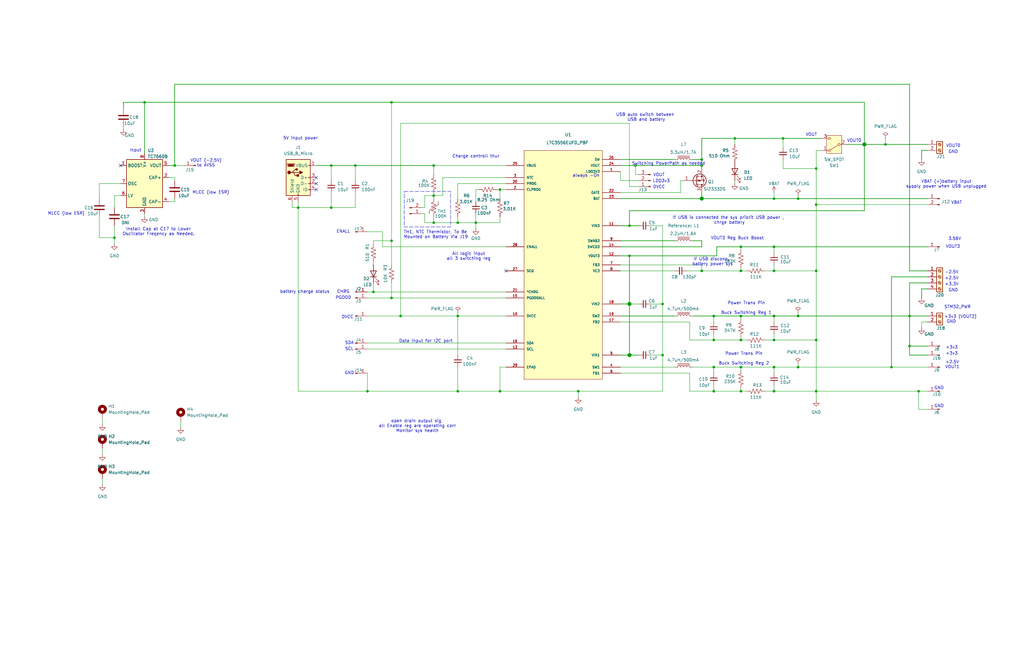
<source format=kicad_sch>
(kicad_sch (version 20231120) (generator "eeschema") (generator_version "8.0")
  (paper "B")
  (title_block (title "LTC3556EUFD_PBF") (date "11/11/2024") (rev "1.1") (company "Team 9") (comment 1 "Kirk Young"))
  (junction (at 182.88 69.85))
  (junction (at 364.49 60.96) (diameter 1.524))
  (junction (at 336.55 154.94))
  (junction (at 309.88 58.42))
  (junction (at 149.86 69.85))
  (junction (at 326.39 154.94))
  (junction (at 165.1 43.18))
  (junction (at 243.84 165.1))
  (junction (at 383.54 146.05))
  (junction (at 344.17 114.3))
  (junction (at 182.88 93.98))
  (junction (at 312.42 133.35))
  (junction (at 139.7 69.85))
  (junction (at 265.43 149.86) (diameter 1.524))
  (junction (at 193.04 165.1))
  (junction (at 139.7 87.63))
  (junction (at 326.39 143.51))
  (junction (at 300.99 133.35))
  (junction (at 295.91 114.3))
  (junction (at 326.39 165.1))
  (junction (at 344.17 71.12))
  (junction (at 312.42 165.1))
  (junction (at 300.99 154.94))
  (junction (at 125.73 87.63))
  (junction (at 193.04 93.98))
  (junction (at 168.91 133.35))
  (junction (at 326.39 114.3))
  (junction (at 295.91 67.31))
  (junction (at 295.91 69.85))
  (junction (at 279.4 128.27))
  (junction (at 73.66 69.85))
  (junction (at 336.55 133.35))
  (junction (at 300.99 165.1))
  (junction (at 182.88 82.55))
  (junction (at 210.82 165.1))
  (junction (at 344.17 143.51))
  (junction (at 300.99 143.51))
  (junction (at 375.92 154.94))
  (junction (at 312.42 154.94))
  (junction (at 200.66 93.98))
  (junction (at 326.39 83.82))
  (junction (at 265.43 95.25))
  (junction (at 193.04 133.35))
  (junction (at 165.1 101.6))
  (junction (at 295.91 83.82) (diameter 1.524))
  (junction (at 60.96 43.18))
  (junction (at 312.42 143.51))
  (junction (at 373.38 60.96))
  (junction (at 312.42 114.3))
  (junction (at 48.26 100.33))
  (junction (at 157.48 123.19))
  (junction (at 265.43 107.95))
  (junction (at 344.17 86.36))
  (junction (at 154.94 165.1))
  (junction (at 165.1 125.73))
  (junction (at 312.42 104.14))
  (junction (at 387.35 165.1))
  (junction (at 265.43 128.27) (diameter 1.524))
  (junction (at 344.17 165.1))
  (junction (at 383.54 133.35))
  (junction (at 279.4 149.86))
  (junction (at 330.2 58.42))
  (junction (at 326.39 104.14))
  (junction (at 267.97 69.85))
  (junction (at 326.39 133.35))
  (junction (at 210.82 80.01))
  (junction (at 336.55 83.82))
  (no_connect (at 50.8 69.85))
  (no_connect (at 133.35 74.93))
  (no_connect (at 133.35 77.47))
  (no_connect (at 133.35 80.01))
  (no_connect (at 213.36 114.3))
  (wire (pts (xy 71.12 85.09) (xy 73.66 85.09)))
  (wire (pts (xy 149.86 87.63) (xy 139.7 87.63)))
  (wire (pts (xy 300.99 162.56) (xy 300.99 165.1)))
  (wire (pts (xy 261.62 83.82) (xy 295.91 83.82)) (stroke (width 0.254)))
  (wire (pts (xy 261.62 67.31) (xy 284.48 67.31)) (stroke (width 0.254)))
  (wire (pts (xy 346.71 63.5) (xy 344.17 63.5)))
  (wire (pts (xy 76.2 177.8) (xy 76.2 180.34)))
  (wire (pts (xy 165.1 43.18) (xy 165.1 101.6)))
  (wire (pts (xy 193.04 133.35) (xy 213.36 133.35)))
  (wire (pts (xy 391.16 116.84) (xy 375.92 116.84)) (stroke (width 0.254)))
  (wire (pts (xy 168.91 133.35) (xy 193.04 133.35)))
  (wire (pts (xy 265.43 88.9) (xy 265.43 95.25)) (stroke (width 0.254)))
  (wire (pts (xy 154.94 157.48) (xy 154.94 165.1)))
  (wire (pts (xy 388.62 135.89) (xy 388.62 138.43)))
  (wire (pts (xy 330.2 67.31) (xy 330.2 71.12)))
  (wire (pts (xy 154.94 97.79) (xy 161.29 97.79)))
  (wire (pts (xy 295.91 81.28) (xy 295.91 83.82)) (stroke (width 0.254)))
  (wire (pts (xy 210.82 80.01) (xy 210.82 83.82)))
  (wire (pts (xy 200.66 93.98) (xy 200.66 96.52)))
  (wire (pts (xy 287.02 81.28) (xy 287.02 76.2)))
  (wire (pts (xy 295.91 104.14) (xy 261.62 104.14)) (stroke (width 0.254)))
  (wire (pts (xy 210.82 80.01) (xy 213.36 80.01)))
  (wire (pts (xy 133.35 69.85) (xy 139.7 69.85)) (stroke (width 0.254)))
  (wire (pts (xy 265.43 52.07) (xy 168.91 52.07)))
  (wire (pts (xy 391.16 119.38) (xy 383.54 119.38)) (stroke (width 0.254)))
  (wire (pts (xy 312.42 104.14) (xy 312.42 105.41)))
  (wire (pts (xy 261.62 154.94) (xy 284.48 154.94)))
  (wire (pts (xy 326.39 83.82) (xy 336.55 83.82)) (stroke (width 0.254)))
  (wire (pts (xy 200.66 80.01) (xy 200.66 85.09)))
  (wire (pts (xy 125.73 87.63) (xy 125.73 165.1)))
  (wire (pts (xy 326.39 143.51) (xy 344.17 143.51)))
  (wire (pts (xy 261.62 95.25) (xy 265.43 95.25)) (stroke (width 0.254)))
  (wire (pts (xy 373.38 58.42) (xy 373.38 60.96)))
  (wire (pts (xy 312.42 156.21) (xy 312.42 154.94)))
  (wire (pts (xy 139.7 69.85) (xy 139.7 76.2)))
  (wire (pts (xy 383.54 119.38) (xy 383.54 133.35)) (stroke (width 0.254)))
  (wire (pts (xy 161.29 104.14) (xy 213.36 104.14)))
  (wire (pts (xy 43.18 176.53) (xy 43.18 179.07)))
  (wire (pts (xy 287.02 76.2) (xy 288.29 76.2)))
  (wire (pts (xy 261.62 101.6) (xy 284.48 101.6)) (stroke (width 0.254)))
  (wire (pts (xy 182.88 82.55) (xy 182.88 83.82)))
  (wire (pts (xy 344.17 165.1) (xy 344.17 168.91)))
  (wire (pts (xy 200.66 80.01) (xy 201.93 80.01)))
  (wire (pts (xy 123.19 87.63) (xy 125.73 87.63)))
  (wire (pts (xy 179.07 82.55) (xy 182.88 82.55)))
  (wire (pts (xy 364.49 43.18) (xy 364.49 60.96)) (stroke (width 0.254)))
  (wire (pts (xy 210.82 154.94) (xy 213.36 154.94)))
  (wire (pts (xy 326.39 106.68) (xy 326.39 104.14)))
  (wire (pts (xy 157.48 101.6) (xy 165.1 101.6)))
  (wire (pts (xy 388.62 63.5) (xy 391.16 63.5)) (stroke (width 0.254)))
  (wire (pts (xy 312.42 134.62) (xy 312.42 133.35)))
  (wire (pts (xy 292.1 154.94) (xy 300.99 154.94)))
  (wire (pts (xy 261.62 69.85) (xy 267.97 69.85)) (stroke (width 0.254)))
  (wire (pts (xy 326.39 104.14) (xy 391.16 104.14)) (stroke (width 0.254)))
  (wire (pts (xy 391.16 172.72) (xy 387.35 172.72)))
  (wire (pts (xy 213.36 74.93) (xy 186.69 74.93)))
  (wire (pts (xy 388.62 121.92) (xy 388.62 125.73)) (stroke (width 0.254)))
  (wire (pts (xy 300.99 140.97) (xy 300.99 143.51)))
  (wire (pts (xy 344.17 86.36) (xy 344.17 114.3)))
  (wire (pts (xy 326.39 140.97) (xy 326.39 143.51)))
  (wire (pts (xy 73.66 35.56) (xy 383.54 35.56)) (stroke (width 0.254)))
  (wire (pts (xy 168.91 52.07) (xy 168.91 133.35)))
  (wire (pts (xy 186.69 74.93) (xy 186.69 82.55)))
  (wire (pts (xy 373.38 60.96) (xy 391.16 60.96)) (stroke (width 0.254)))
  (wire (pts (xy 309.88 58.42) (xy 309.88 60.96)))
  (wire (pts (xy 295.91 58.42) (xy 309.88 58.42)) (stroke (width 0.254)))
  (wire (pts (xy 326.39 157.48) (xy 326.39 154.94)))
  (wire (pts (xy 261.62 76.2) (xy 269.24 76.2)))
  (wire (pts (xy 265.43 107.95) (xy 302.26 107.95)) (stroke (width 0.254)))
  (wire (pts (xy 261.62 107.95) (xy 265.43 107.95)) (stroke (width 0.254)))
  (wire (pts (xy 289.56 114.3) (xy 295.91 114.3)))
  (wire (pts (xy 182.88 93.98) (xy 193.04 93.98)))
  (wire (pts (xy 261.62 133.35) (xy 284.48 133.35)) (stroke (width 0.254)))
  (wire (pts (xy 60.96 43.18) (xy 165.1 43.18)) (stroke (width 0.254)))
  (wire (pts (xy 48.26 100.33) (xy 48.26 95.25)))
  (wire (pts (xy 154.94 165.1) (xy 193.04 165.1)))
  (wire (pts (xy 300.99 135.89) (xy 300.99 133.35)))
  (wire (pts (xy 210.82 154.94) (xy 210.82 165.1)))
  (wire (pts (xy 344.17 86.36) (xy 391.16 86.36)))
  (wire (pts (xy 312.42 104.14) (xy 326.39 104.14)) (stroke (width 0.254)))
  (wire (pts (xy 312.42 143.51) (xy 312.42 142.24)))
  (wire (pts (xy 344.17 63.5) (xy 344.17 71.12)))
  (wire (pts (xy 336.55 153.67) (xy 336.55 154.94)))
  (wire (pts (xy 182.88 73.66) (xy 182.88 69.85)))
  (wire (pts (xy 274.32 149.86) (xy 279.4 149.86)))
  (wire (pts (xy 290.83 157.48) (xy 290.83 165.1)))
  (wire (pts (xy 261.62 135.89) (xy 290.83 135.89)))
  (wire (pts (xy 154.94 123.19) (xy 157.48 123.19)))
  (wire (pts (xy 388.62 121.92) (xy 391.16 121.92)) (stroke (width 0.254)))
  (wire (pts (xy 326.39 165.1) (xy 344.17 165.1)))
  (wire (pts (xy 344.17 114.3) (xy 344.17 143.51)))
  (wire (pts (xy 48.26 102.87) (xy 48.26 100.33)))
  (wire (pts (xy 48.26 87.63) (xy 48.26 82.55)))
  (wire (pts (xy 336.55 83.82) (xy 391.16 83.82)) (stroke (width 0.254)))
  (wire (pts (xy 179.07 87.63) (xy 179.07 82.55)))
  (wire (pts (xy 154.94 133.35) (xy 168.91 133.35)))
  (wire (pts (xy 41.91 77.47) (xy 50.8 77.47)))
  (wire (pts (xy 383.54 146.05) (xy 383.54 133.35)) (stroke (width 0.254)))
  (wire (pts (xy 274.32 128.27) (xy 279.4 128.27)))
  (wire (pts (xy 179.07 93.98) (xy 182.88 93.98)))
  (wire (pts (xy 292.1 133.35) (xy 300.99 133.35)) (stroke (width 0.254)))
  (wire (pts (xy 52.07 43.18) (xy 52.07 45.72)) (stroke (width 0.254)))
  (wire (pts (xy 193.04 93.98) (xy 200.66 93.98)))
  (wire (pts (xy 290.83 143.51) (xy 300.99 143.51)))
  (wire (pts (xy 165.1 119.38) (xy 165.1 125.73)))
  (wire (pts (xy 73.66 69.85) (xy 71.12 69.85)) (stroke (width 0.254)))
  (wire (pts (xy 336.55 133.35) (xy 383.54 133.35)) (stroke (width 0.254)))
  (wire (pts (xy 300.99 165.1) (xy 312.42 165.1)))
  (wire (pts (xy 295.91 101.6) (xy 295.91 104.14)) (stroke (width 0.254)))
  (wire (pts (xy 309.88 58.42) (xy 330.2 58.42)) (stroke (width 0.254)))
  (wire (pts (xy 165.1 43.18) (xy 364.49 43.18)) (stroke (width 0.254)))
  (wire (pts (xy 125.73 87.63) (xy 139.7 87.63)))
  (wire (pts (xy 154.94 147.32) (xy 213.36 147.32)))
  (wire (pts (xy 243.84 165.1) (xy 243.84 167.64)))
  (wire (pts (xy 182.88 81.28) (xy 182.88 82.55)))
  (wire (pts (xy 261.62 128.27) (xy 265.43 128.27)) (stroke (width 0.254)))
  (wire (pts (xy 383.54 114.3) (xy 391.16 114.3)) (stroke (width 0.254)))
  (wire (pts (xy 322.58 143.51) (xy 326.39 143.51)))
  (wire (pts (xy 73.66 69.85) (xy 77.47 69.85)))
  (wire (pts (xy 41.91 91.44) (xy 41.91 100.33)))
  (wire (pts (xy 177.8 87.63) (xy 179.07 87.63)))
  (wire (pts (xy 300.99 157.48) (xy 300.99 154.94)))
  (wire (pts (xy 302.26 104.14) (xy 302.26 107.95)) (stroke (width 0.254)))
  (wire (pts (xy 265.43 149.86) (xy 269.24 149.86)) (stroke (width 0.254)))
  (wire (pts (xy 265.43 95.25) (xy 269.24 95.25)) (stroke (width 0.254)))
  (wire (pts (xy 157.48 119.38) (xy 157.48 123.19)))
  (wire (pts (xy 292.1 101.6) (xy 295.91 101.6)) (stroke (width 0.254)))
  (wire (pts (xy 274.32 95.25) (xy 279.4 95.25)))
  (wire (pts (xy 383.54 133.35) (xy 391.16 133.35)) (stroke (width 0.254)))
  (wire (pts (xy 193.04 91.44) (xy 193.04 93.98)))
  (wire (pts (xy 302.26 104.14) (xy 312.42 104.14)) (stroke (width 0.254)))
  (wire (pts (xy 154.94 144.78) (xy 213.36 144.78)))
  (wire (pts (xy 364.49 88.9) (xy 364.49 60.96)) (stroke (width 0.254)))
  (wire (pts (xy 383.54 114.3) (xy 383.54 35.56)) (stroke (width 0.254)))
  (wire (pts (xy 243.84 165.1) (xy 210.82 165.1)))
  (wire (pts (xy 326.39 135.89) (xy 326.39 133.35)))
  (wire (pts (xy 279.4 95.25) (xy 279.4 128.27)))
  (wire (pts (xy 330.2 58.42) (xy 330.2 62.23)))
  (wire (pts (xy 60.96 90.17) (xy 60.96 91.44)))
  (wire (pts (xy 373.38 60.96) (xy 364.49 60.96)) (stroke (width 0.254)))
  (wire (pts (xy 312.42 114.3) (xy 314.96 114.3)))
  (wire (pts (xy 326.39 133.35) (xy 336.55 133.35)) (stroke (width 0.254)))
  (wire (pts (xy 295.91 111.76) (xy 295.91 114.3)))
  (wire (pts (xy 269.24 78.74) (xy 265.43 78.74)))
  (wire (pts (xy 309.88 76.2) (xy 309.88 77.47)))
  (wire (pts (xy 322.58 114.3) (xy 326.39 114.3)))
  (wire (pts (xy 326.39 162.56) (xy 326.39 165.1)))
  (wire (pts (xy 312.42 165.1) (xy 312.42 163.83)))
  (wire (pts (xy 139.7 69.85) (xy 149.86 69.85)) (stroke (width 0.254)))
  (wire (pts (xy 73.66 85.09) (xy 73.66 83.82)))
  (wire (pts (xy 261.62 114.3) (xy 284.48 114.3)))
  (wire (pts (xy 265.43 128.27) (xy 265.43 107.95)) (stroke (width 0.254)))
  (wire (pts (xy 43.18 189.23) (xy 43.18 191.77)))
  (wire (pts (xy 336.55 82.55) (xy 336.55 83.82)))
  (wire (pts (xy 295.91 69.85) (xy 295.91 67.31)) (stroke (width 0.254)))
  (wire (pts (xy 125.73 165.1) (xy 154.94 165.1)))
  (wire (pts (xy 290.83 165.1) (xy 300.99 165.1)))
  (wire (pts (xy 300.99 154.94) (xy 312.42 154.94)))
  (wire (pts (xy 41.91 100.33) (xy 48.26 100.33)))
  (wire (pts (xy 383.54 149.86) (xy 383.54 146.05)) (stroke (width 0.254)))
  (wire (pts (xy 300.99 133.35) (xy 312.42 133.35)) (stroke (width 0.254)))
  (wire (pts (xy 292.1 67.31) (xy 295.91 67.31)) (stroke (width 0.254)))
  (wire (pts (xy 209.55 80.01) (xy 210.82 80.01)))
  (wire (pts (xy 261.62 76.2) (xy 261.62 72.39)))
  (wire (pts (xy 265.43 128.27) (xy 269.24 128.27)))
  (wire (pts (xy 295.91 58.42) (xy 295.91 67.31)) (stroke (width 0.254)))
  (wire (pts (xy 344.17 71.12) (xy 344.17 86.36)))
  (wire (pts (xy 182.88 91.44) (xy 182.88 93.98)))
  (wire (pts (xy 322.58 165.1) (xy 326.39 165.1)))
  (wire (pts (xy 312.42 133.35) (xy 326.39 133.35)) (stroke (width 0.254)))
  (wire (pts (xy 52.07 43.18) (xy 60.96 43.18)) (stroke (width 0.254)))
  (wire (pts (xy 326.39 111.76) (xy 326.39 114.3)))
  (wire (pts (xy 161.29 97.79) (xy 161.29 104.14)))
  (wire (pts (xy 388.62 63.5) (xy 388.62 67.31)) (stroke (width 0.254)))
  (wire (pts (xy 312.42 114.3) (xy 312.42 113.03)))
  (wire (pts (xy 193.04 77.47) (xy 193.04 83.82)))
  (wire (pts (xy 269.24 73.66) (xy 267.97 73.66)))
  (wire (pts (xy 193.04 132.08) (xy 193.04 133.35)))
  (wire (pts (xy 336.55 132.08) (xy 336.55 133.35)))
  (wire (pts (xy 179.07 90.17) (xy 179.07 93.98)))
  (wire (pts (xy 295.91 83.82) (xy 326.39 83.82)) (stroke (width 0.254)))
  (wire (pts (xy 200.66 90.17) (xy 200.66 93.98)))
  (wire (pts (xy 123.19 85.09) (xy 123.19 87.63)))
  (wire (pts (xy 326.39 81.28) (xy 326.39 83.82)))
  (wire (pts (xy 43.18 201.93) (xy 43.18 204.47)))
  (wire (pts (xy 210.82 91.44) (xy 210.82 93.98)))
  (wire (pts (xy 125.73 85.09) (xy 125.73 87.63)))
  (wire (pts (xy 157.48 123.19) (xy 213.36 123.19)))
  (wire (pts (xy 149.86 69.85) (xy 149.86 76.2)))
  (wire (pts (xy 139.7 81.28) (xy 139.7 87.63)))
  (wire (pts (xy 200.66 93.98) (xy 210.82 93.98)))
  (wire (pts (xy 265.43 78.74) (xy 265.43 52.07)))
  (wire (pts (xy 295.91 69.85) (xy 295.91 71.12)) (stroke (width 0.254)))
  (wire (pts (xy 391.16 146.05) (xy 383.54 146.05)) (stroke (width 0.254)))
  (wire (pts (xy 154.94 125.73) (xy 165.1 125.73)))
  (wire (pts (xy 193.04 77.47) (xy 213.36 77.47)))
  (wire (pts (xy 157.48 101.6) (xy 157.48 102.87)))
  (wire (pts (xy 391.16 135.89) (xy 388.62 135.89)))
  (wire (pts (xy 60.96 43.18) (xy 60.96 64.77)) (stroke (width 0.254)))
  (wire (pts (xy 287.02 81.28) (xy 261.62 81.28)))
  (wire (pts (xy 279.4 128.27) (xy 279.4 149.86)))
  (wire (pts (xy 149.86 69.85) (xy 182.88 69.85)) (stroke (width 0.254)))
  (wire (pts (xy 326.39 114.3) (xy 344.17 114.3)))
  (wire (pts (xy 48.26 82.55) (xy 50.8 82.55)))
  (wire (pts (xy 364.49 60.96) (xy 356.87 60.96)) (stroke (width 0.254)))
  (wire (pts (xy 261.62 111.76) (xy 295.91 111.76)))
  (wire (pts (xy 193.04 165.1) (xy 210.82 165.1)))
  (wire (pts (xy 165.1 125.73) (xy 213.36 125.73)))
  (wire (pts (xy 312.42 154.94) (xy 326.39 154.94)))
  (wire (pts (xy 149.86 81.28) (xy 149.86 87.63)))
  (wire (pts (xy 182.88 69.85) (xy 213.36 69.85)))
  (wire (pts (xy 344.17 165.1) (xy 387.35 165.1)))
  (wire (pts (xy 330.2 71.12) (xy 344.17 71.12)))
  (wire (pts (xy 375.92 116.84) (xy 375.92 154.94)) (stroke (width 0.254)))
  (wire (pts (xy 182.88 82.55) (xy 186.69 82.55)))
  (wire (pts (xy 177.8 90.17) (xy 179.07 90.17)))
  (wire (pts (xy 279.4 165.1) (xy 243.84 165.1)))
  (wire (pts (xy 330.2 58.42) (xy 346.71 58.42)) (stroke (width 0.254)))
  (wire (pts (xy 344.17 143.51) (xy 344.17 165.1)))
  (wire (pts (xy 41.91 83.82) (xy 41.91 77.47)))
  (wire (pts (xy 261.62 157.48) (xy 290.83 157.48)))
  (wire (pts (xy 73.66 35.56) (xy 73.66 69.85)) (stroke (width 0.254)))
  (wire (pts (xy 336.55 154.94) (xy 375.92 154.94)))
  (wire (pts (xy 193.04 165.1) (xy 193.04 154.94)))
  (wire (pts (xy 157.48 111.76) (xy 157.48 110.49)))
  (wire (pts (xy 52.07 53.34) (xy 52.07 54.61)))
  (wire (pts (xy 261.62 149.86) (xy 265.43 149.86)) (stroke (width 0.254)))
  (wire (pts (xy 267.97 69.85) (xy 267.97 73.66)))
  (wire (pts (xy 165.1 101.6) (xy 165.1 111.76)))
  (wire (pts (xy 265.43 128.27) (xy 265.43 149.86)) (stroke (width 0.254)))
  (wire (pts (xy 193.04 133.35) (xy 193.04 149.86)))
  (wire (pts (xy 295.91 114.3) (xy 312.42 114.3)))
  (wire (pts (xy 71.12 74.93) (xy 73.66 74.93)))
  (wire (pts (xy 326.39 154.94) (xy 336.55 154.94)))
  (wire (pts (xy 279.4 149.86) (xy 279.4 165.1)))
  (wire (pts (xy 267.97 69.85) (xy 295.91 69.85)) (stroke (width 0.254)))
  (wire (pts (xy 391.16 149.86) (xy 383.54 149.86)) (stroke (width 0.254)))
  (wire (pts (xy 387.35 172.72) (xy 387.35 165.1)))
  (wire (pts (xy 265.43 88.9) (xy 364.49 88.9)) (stroke (width 0.254)))
  (wire (pts (xy 375.92 154.94) (xy 391.16 154.94)))
  (wire (pts (xy 312.42 143.51) (xy 314.96 143.51)))
  (wire (pts (xy 290.83 135.89) (xy 290.83 143.51)))
  (wire (pts (xy 312.42 165.1) (xy 314.96 165.1)))
  (wire (pts (xy 387.35 165.1) (xy 391.16 165.1)))
  (wire (pts (xy 300.99 143.51) (xy 312.42 143.51)))
  (wire (pts (xy 73.66 74.93) (xy 73.66 76.2)))
  (rectangle (start 170.434 80.772) (end 189.992 95.758) (stroke (width 0) (type dash)))
  (text "Power Trans Pin\n\nBuck Switching Reg 2" (at 313.69 151.384 0) (effects (font (size 1.27 1.27))))
  (text "+3.3V" (at 401.32 120.015 0) (effects (font (size 1.27 1.27))))
  (text "Charge controll thur" (at 200.66 66.04 0) (effects (font (size 1.27 1.27))))
  (text "Data input for I2C port" (at 179.578 144.018 0) (effects (font (size 1.27 1.27))))
  (text "VOUT" (at 277.876 73.914 0) (effects (font (size 1.27 1.27))))
  (text "LDO3v3" (at 278.892 76.454 0) (effects (font (size 1.27 1.27))))
  (text "VOUT\n" (at 342.138 56.896 0) (effects (font (size 1.27 1.27))))
  (text "SDA" (at 147.32 144.78 0) (effects (font (size 1.27 1.27))))
  (text "If USB is connected the sys priorit USB power , \nchrge battery" (at 307.594 92.964 0) (effects (font (size 1.27 1.27))))
  (text "Input" (at 57.15 63.5 0) (effects (font (size 1.27 1.27))))
  (text "MLCC (low ESR)" (at 27.94 90.17 0) (effects (font (size 1.27 1.27))))
  (text "VOUT0\n" (at 401.955 61.595 0) (effects (font (size 1.27 1.27))))
  (text "VOUT0\n" (at 360.172 59.436 0) (effects (font (size 1.27 1.27))))
  (text "+3v3" (at 401.32 146.685 0) (effects (font (size 1.27 1.27))))
  (text "+3v3" (at 401.32 149.225 0) (effects (font (size 1.27 1.27))))
  (text "always -On" (at 247.142 74.168 0) (effects (font (size 1.27 1.27))))
  (text "DVCC" (at 146.558 133.858 0) (effects (font (size 1.27 1.27))))
  (text "VBAT (+)battery input\nsupply power when USB unplugged" (at 399.034 77.724 0) (effects (font (size 1.27 1.27))))
  (text "+2.5V" (at 401.32 117.475 0) (effects (font (size 1.27 1.27))))
  (text "STM32_PWR\n\n+3v3 (VOUT2)\n GND" (at 398.145 132.715 0) (effects (font (size 1.27 1.27)) (justify left)))
  (text "-2.5V" (at 401.32 114.935 0) (effects (font (size 1.27 1.27))))
  (text "All logic input\nall 3 switching reg" (at 197.612 108.204 0) (effects (font (size 1.27 1.27))))
  (text "GND" (at 395.986 163.83 0) (effects (font (size 1.27 1.27))))
  (text "GND" (at 401.955 64.135 0) (effects (font (size 1.27 1.27))))
  (text "SCL" (at 147.32 147.32 0) (effects (font (size 1.27 1.27))))
  (text "TH1, NTC Thermistor, To Be\nMounted on Battery Via J19" (at 170.18 99.06 0) (effects (font (size 1.27 1.27)) (justify left)))
  (text "5V input power" (at 126.746 58.42 0) (effects (font (size 1.27 1.27))))
  (text "VBAT" (at 403.352 85.598 0) (effects (font (size 1.27 1.27))))
  (text "GND" (at 401.955 122.555 0) (effects (font (size 1.27 1.27))))
  (text "USB auto switch between \nUSB and battery" (at 272.542 49.53 0) (effects (font (size 1.27 1.27))))
  (text "VOUT3" (at 401.828 104.14 0) (effects (font (size 1.27 1.27))))
  (text "GND" (at 395.986 171.45 0) (effects (font (size 1.27 1.27))))
  (text "Switching PowerPath as needed\n\n" (at 281.94 70.104 0) (effects (font (size 1.27 1.27))))
  (text "Power Trans Pin\n\nBuck Switching Reg 1" (at 314.706 130.048 0) (effects (font (size 1.27 1.27))))
  (text "DVCC" (at 277.876 78.994 0) (effects (font (size 1.27 1.27))))
  (text "VOUT (-2.5V)\nto AVSS" (at 86.868 68.834 0) (effects (font (size 1.27 1.27))))
  (text "If USB disconn, \nbattery power sys\n" (at 300.482 110.49 0) (effects (font (size 1.27 1.27))))
  (text "Install Cap at C17 to Lower \nOscillator Freqency as Needed. " (at 67.31 97.79 0) (effects (font (size 1.27 1.27))))
  (text "open drain output sig \nall Enable reg are operating corr\nMonitor sys health" (at 176.022 179.832 0) (effects (font (size 1.27 1.27))))
  (text "GND" (at 147.32 157.48 0) (effects (font (size 1.27 1.27))))
  (text "ENALL" (at 144.78 97.79 0) (effects (font (size 1.27 1.27))))
  (text "3.56V" (at 402.59 100.838 0) (effects (font (size 1.27 1.27))))
  (text "battery charge status" (at 128.524 123.19 0) (effects (font (size 1.27 1.27))))
  (text "PGOOD" (at 144.78 125.73 0) (effects (font (size 1.27 1.27))))
  (text "+2.5V\nVOUT1" (at 401.574 153.924 0) (effects (font (size 1.27 1.27))))
  (text "MLCC (low ESR)" (at 88.9 81.28 0) (effects (font (size 1.27 1.27))))
  (text "CHRG" (at 144.78 123.19 0) (effects (font (size 1.27 1.27))))
  (text "VOUT3 Reg Buck Boost" (at 310.896 100.584 0) (effects (font (size 1.27 1.27))))
  (symbol (lib_id "Connector:Conn_01x01_Pin") (at 396.24 165.1 180) (unit 1)
    (property "Reference" "J10" (at 394.97 166.37 0))
    (property "Value" "Conn_01x01_Pin" (effects (hide yes)))
    (property "Footprint" "Connector_PinSocket_2.54mm:PinSocket_1x01_P2.54mm_Vertical" (effects (hide yes)))
    (property "Description" "Generic connector, single row, 01x01, script generated" (effects (hide yes)))
  )
  (symbol (lib_id "Connector:Conn_01x01_Pin") (at 149.86 147.32 0) (unit 1)
    (property "Reference" "J5" (at 151.13 148.59 0))
    (property "Value" "Conn_01x01_Pin" (effects (hide yes)))
    (property "Footprint" "Connector_PinSocket_2.54mm:PinSocket_1x01_P2.54mm_Vertical" (effects (hide yes)))
    (property "Description" "Generic connector, single row, 01x01, script generated" (effects (hide yes)))
  )
  (symbol (lib_id "power:GND") (at 309.88 77.47 0) (mirror y) (unit 1)
    (property "Reference" "#PWR017" (effects (hide yes)))
    (property "Value" "GND" (at 313.69 79.502 0))
    (property "Description" "Power symbol creates a global label with name \"GND\" , ground" (effects (hide yes)))
  )
  (symbol (lib_id "Device:L_Iron") (at 288.29 67.31 270) (mirror x) (unit 1)
    (property "Reference" "L7" (at 288.29 60.96 90))
    (property "Value" "3.3uH/1.7A" (at 288.036 64.262 90))
    (property "Footprint" "Inductor_SMD:L_Coilcraft_LPS4018" (effects (hide yes)))
    (property "Datasheet" "https://www.mouser.com/ProductDetail/Coilcraft/LPS4018-332MRC?qs=QQJxVsr8EGapQGERfchnNw%3D%3D" (effects (hide yes)))
    (property "Description" "Inductor with iron core" (effects (hide yes)))
  )
  (symbol (lib_name "SW_SPDT_1") (lib_id "Switch:SW_SPDT") (at 351.79 60.96 180) (unit 1)
    (property "Reference" "SW1" (at 351.79 69.85 0))
    (property "Value" "SW_SPDT" (at 351.79 67.31 0))
    (property "Footprint" "Button_Switch_THT:SW_Slide_SPDT_Straight_CK_OS102011MS2Q" (effects (hide yes)))
    (property "Description" "Switch, single pole double throw" (effects (hide yes)))
    (property "MPN" "C480342" (effects (hide yes)))
  )
  (symbol (lib_id "Device:R_US") (at 318.77 143.51 90) (mirror x) (unit 1)
    (property "Reference" "R12" (at 320.04 140.97 90) (effects (justify left)))
    (property "Value" "111K" (at 321.31 146.05 90) (effects (justify left)))
    (property "Footprint" "Resistor_SMD:R_0402_1005Metric_Pad0.72x0.64mm_HandSolder" (effects (hide yes)))
    (property "Description" "Resistor, US symbol" (effects (hide yes)))
  )
  (symbol (lib_id "Device:LED") (at 157.48 115.57 90) (unit 1)
    (property "Reference" "D2" (at 153.162 117.602 90) (effects (justify right)))
    (property "Value" "LED" (at 153.162 120.142 90) (effects (justify right)))
    (property "Footprint" "LED_SMD:LED_0805_2012Metric_Pad1.15x1.40mm_HandSolder" (effects (hide yes)))
    (property "Description" "Light emitting diode" (effects (hide yes)))
  )
  (symbol (lib_id "Device:C_Small") (at 271.78 128.27 270) (mirror x) (unit 1)
    (property "Reference" "C6" (at 274.828 127 90))
    (property "Value" "1uF" (at 275.59 129.54 90))
    (property "Footprint" "Capacitor_SMD:C_0402_1005Metric" (effects (hide yes)))
    (property "Description" "Unpolarized capacitor, small symbol" (effects (hide yes)))
  )
  (symbol (lib_id "power:GND") (at 388.62 67.31 0) (mirror y) (unit 1)
    (property "Reference" "#PWR010" (effects (hide yes)))
    (property "Value" "GND" (at 388.62 72.39 0))
    (property "Description" "Power symbol creates a global label with name \"GND\" , ground" (effects (hide yes)))
  )
  (symbol (lib_id "power:GND") (at 388.62 125.73 0) (mirror y) (unit 1)
    (property "Reference" "#PWR02" (effects (hide yes)))
    (property "Value" "GND" (at 391.795 128.905 0))
    (property "Description" "Power symbol creates a global label with name \"GND\" , ground" (effects (hide yes)))
  )
  (symbol (lib_id "power:GND") (at 388.62 138.43 0) (unit 1)
    (property "Reference" "#PWR016" (effects (hide yes)))
    (property "Value" "GND" (at 391.795 140.97 0))
    (property "Description" "Power symbol creates a global label with name \"GND\" , ground" (effects (hide yes)))
  )
  (symbol (lib_id "Connector:Conn_01x01_Pin") (at 396.24 146.05 180) (unit 1)
    (property "Reference" "J8" (at 394.97 147.32 0))
    (property "Value" "Conn_01x01_Pin" (effects (hide yes)))
    (property "Footprint" "Connector_PinSocket_2.54mm:PinSocket_1x01_P2.54mm_Vertical" (effects (hide yes)))
    (property "Description" "Generic connector, single row, 01x01, script generated" (effects (hide yes)))
  )
  (symbol (lib_id "power:GND") (at 43.18 179.07 0) (mirror y) (unit 1)
    (property "Reference" "#PWR06" (effects (hide yes)))
    (property "Value" "GND" (at 43.18 184.15 0))
    (property "Description" "Power symbol creates a global label with name \"GND\" , ground" (effects (hide yes)))
  )
  (symbol (lib_id "Connector:Conn_01x01_Pin") (at 396.24 104.14 180) (unit 1)
    (property "Reference" "J7" (at 394.97 105.41 0))
    (property "Value" "Conn_01x01_Pin" (effects (hide yes)))
    (property "Footprint" "Connector_PinSocket_2.54mm:PinSocket_1x01_P2.54mm_Vertical" (effects (hide yes)))
    (property "Description" "Generic connector, single row, 01x01, script generated" (effects (hide yes)))
  )
  (symbol (lib_id "Transistor_FET:Si2319CDS") (at 293.37 76.2 0) (mirror x) (unit 1)
    (property "Reference" "Q1" (at 298.45 76.708 0) (effects (justify left)))
    (property "Value" "SI2333DS" (at 296.672 79.756 0) (effects (justify left)))
    (property "Footprint" "Package_TO_SOT_SMD:SOT-23" (effects (hide yes)))
    (property "Datasheet" "http://www.vishay.com/docs/66709/si2319cd.pdf" (effects (hide yes)))
    (property "Description" "-4.4A Id, -40V Vds, P-Channel MOSFET, SOT-23" (effects (hide yes)))
  )
  (symbol (lib_id "Device:C") (at 52.07 49.53 0) (unit 1)
    (property "Reference" "C18" (at 58.42 49.53 0) (effects (justify right)))
    (property "Value" "10uF" (at 57.15 52.07 0) (effects (justify right)))
    (property "Footprint" "Capacitor_SMD:C_0805_2012Metric_Pad1.18x1.45mm_HandSolder" (effects (hide yes)))
    (property "Description" "Unpolarized capacitor" (effects (hide yes)))
  )
  (symbol (lib_id "power:PWR_FLAG") (at 336.55 132.08 0) (unit 1)
    (property "Reference" "#FLG04" (effects (hide yes)))
    (property "Value" "PWR_FLAG" (at 336.55 127 0))
    (property "Description" "Special symbol for telling ERC where power comes from" (effects (hide yes)))
  )
  (symbol (lib_id "Connector:USB_B_Micro") (at 125.73 74.93 0) (unit 1)
    (property "Reference" "J1" (at 125.73 62.23 0))
    (property "Value" "USB_B_Micro" (at 125.73 64.77 0))
    (property "Footprint" "Connector_USB:USB_Micro-B_Amphenol_10118194-0001LF_Horizontal" (effects (hide yes)))
    (property "Description" "USB Micro Type B connector" (effects (hide yes)))
    (property "MPN" "C10418" (effects (hide yes)))
  )
  (symbol (lib_id "power:GND") (at 243.84 167.64 0) (mirror y) (unit 1)
    (property "Reference" "#PWR014" (effects (hide yes)))
    (property "Value" "GND" (at 243.84 172.72 0))
    (property "Description" "Power symbol creates a global label with name \"GND\" , ground" (effects (hide yes)))
  )
  (symbol (lib_id "Connector:Screw_Terminal_01x04") (at 396.24 116.84 0) (unit 1)
    (property "Reference" "J20" (at 394.462 124.46 0) (effects (justify left)))
    (property "Value" "Screw_Terminal_01x04" (effects (hide yes)))
    (property "Footprint" "TerminalBlock_Phoenix:TerminalBlock_Phoenix_MPT-0,5-4-2.54_1x04_P2.54mm_Horizontal" (effects (hide yes)))
    (property "Description" "Generic screw terminal, single row, 01x04, script generated (kicad-library-utils/schlib/autogen/connector/)" (effects (hide yes)))
    (property "MPN" "C474922" (effects (hide yes)))
  )
  (symbol (lib_id "Mechanical:MountingHole_Pad") (at 43.18 173.99 0) (unit 1) (exclude_from_sim yes) (in_bom no)
    (property "Reference" "H1" (at 45.72 171.4499 0) (effects (justify left)))
    (property "Value" "MountingHole_Pad" (at 45.72 173.9899 0) (effects (justify left)))
    (property "Footprint" "MountingHole:MountingHole_3.5mm_Pad_TopBottom" (effects (hide yes)))
    (property "Description" "Mounting Hole with connection" (effects (hide yes)))
  )
  (symbol (lib_id "power:GND") (at 60.96 91.44 0) (mirror y) (unit 1)
    (property "Reference" "#PWR019" (effects (hide yes)))
    (property "Value" "GND" (at 64.77 92.71 0))
    (property "Description" "Power symbol creates a global label with name \"GND\" , ground" (effects (hide yes)))
  )
  (symbol (lib_id "Device:C_Small") (at 200.66 87.63 0) (mirror x) (unit 1)
    (property "Reference" "C3" (at 204.216 87.63 0))
    (property "Value" "100nF" (at 204.216 89.916 0))
    (property "Footprint" "Capacitor_SMD:C_0402_1005Metric" (effects (hide yes)))
    (property "Description" "Unpolarized capacitor, small symbol" (effects (hide yes)))
  )
  (symbol (lib_id "Device:C_Small") (at 271.78 95.25 270) (mirror x) (unit 1)
    (property "Reference" "C5" (at 274.828 93.98 90))
    (property "Value" "1uF" (at 275.59 96.52 90))
    (property "Footprint" "Capacitor_SMD:C_0402_1005Metric" (effects (hide yes)))
    (property "Description" "Unpolarized capacitor, small symbol" (effects (hide yes)))
  )
  (symbol (lib_id "Mechanical:MountingHole_Pad") (at 43.18 199.39 0) (unit 1) (exclude_from_sim yes) (in_bom no)
    (property "Reference" "H3" (at 45.72 196.8499 0) (effects (justify left)))
    (property "Value" "MountingHole_Pad" (at 45.72 199.3899 0) (effects (justify left)))
    (property "Footprint" "MountingHole:MountingHole_3.5mm_Pad_TopBottom" (effects (hide yes)))
    (property "Description" "Mounting Hole with connection" (effects (hide yes)))
  )
  (symbol (lib_id "Device:R_US") (at 318.77 165.1 90) (mirror x) (unit 1)
    (property "Reference" "R13" (at 321.31 162.56 90) (effects (justify left)))
    (property "Value" "111K" (at 321.31 167.64 90) (effects (justify left)))
    (property "Footprint" "Resistor_SMD:R_0402_1005Metric_Pad0.72x0.64mm_HandSolder" (effects (hide yes)))
    (property "Description" "Resistor, US symbol" (effects (hide yes)))
  )
  (symbol (lib_id "Connector:Conn_01x01_Pin") (at 396.24 172.72 180) (unit 1)
    (property "Reference" "J6" (at 394.97 173.99 0))
    (property "Value" "Conn_01x01_Pin" (effects (hide yes)))
    (property "Footprint" "Connector_PinSocket_2.54mm:PinSocket_1x01_P2.54mm_Vertical" (effects (hide yes)))
    (property "Description" "Generic connector, single row, 01x01, script generated" (effects (hide yes)))
  )
  (symbol (lib_id "Device:R_US") (at 165.1 115.57 0) (mirror y) (unit 1)
    (property "Reference" "R3" (at 162.56 114.3 90) (effects (justify left)))
    (property "Value" "10K" (at 162.56 119.38 90) (effects (justify left)))
    (property "Footprint" "Resistor_SMD:R_0402_1005Metric_Pad0.72x0.64mm_HandSolder" (effects (hide yes)))
    (property "Description" "Resistor, US symbol" (effects (hide yes)))
  )
  (symbol (lib_id "Mechanical:MountingHole_Pad") (at 76.2 175.26 0) (unit 1) (exclude_from_sim yes) (in_bom no)
    (property "Reference" "H4" (at 78.74 172.7199 0) (effects (justify left)))
    (property "Value" "MountingHole_Pad" (at 78.74 175.2599 0) (effects (justify left)))
    (property "Footprint" "MountingHole:MountingHole_3.5mm_Pad_TopBottom" (effects (hide yes)))
    (property "Description" "Mounting Hole with connection" (effects (hide yes)))
  )
  (symbol (lib_id "Device:C_Small") (at 300.99 138.43 0) (mirror y) (unit 1)
    (property "Reference" "C9" (at 294.64 138.43 0) (effects (justify right)))
    (property "Value" "10pF" (at 294.64 140.97 0) (effects (justify right)))
    (property "Footprint" "Capacitor_SMD:C_0402_1005Metric" (effects (hide yes)))
    (property "Description" "Unpolarized capacitor, small symbol" (effects (hide yes)))
  )
  (symbol (lib_id "Device:C_Small") (at 139.7 78.74 0) (unit 1)
    (property "Reference" "C1" (at 142.24 77.4762 0) (effects (justify left)))
    (property "Value" "10uF" (at 142.24 80.0162 0) (effects (justify left)))
    (property "Footprint" "Capacitor_SMD:C_1206_3216Metric" (effects (hide yes)))
    (property "Description" "Unpolarized capacitor, small symbol" (effects (hide yes)))
  )
  (symbol (lib_id "power:+BATT") (at 326.39 81.28 0) (unit 1)
    (property "Reference" "#PWR09" (effects (hide yes)))
    (property "Value" "VBAT" (at 326.39 77.47 0))
    (property "Description" "Power symbol creates a global label with name \"+BATT\"" (effects (hide yes)))
  )
  (symbol (lib_id "Device:R_US") (at 309.88 64.77 0) (mirror y) (unit 1)
    (property "Reference" "R5" (at 307.34 63.4999 0) (effects (justify left)))
    (property "Value" "510 Ohm" (at 307.848 65.786 0) (effects (justify left)))
    (property "Footprint" "Resistor_SMD:R_0402_1005Metric_Pad0.72x0.64mm_HandSolder" (effects (hide yes)))
    (property "Description" "Resistor, US symbol" (effects (hide yes)))
  )
  (symbol (lib_id "Device:LED") (at 309.88 72.39 90) (unit 1)
    (property "Reference" "D1" (at 313.69 72.7074 90) (effects (justify right)))
    (property "Value" "LED" (at 313.69 75.2474 90) (effects (justify right)))
    (property "Footprint" "LED_SMD:LED_0805_2012Metric_Pad1.15x1.40mm_HandSolder" (effects (hide yes)))
    (property "Description" "Light emitting diode" (effects (hide yes)))
  )
  (symbol (lib_id "Device:R_US") (at 312.42 138.43 0) (mirror y) (unit 1)
    (property "Reference" "R9" (at 308.61 137.16 0) (effects (justify left)))
    (property "Value" "347K" (at 310.388 139.446 0) (effects (justify left)))
    (property "Footprint" "Resistor_SMD:R_0402_1005Metric_Pad0.72x0.64mm_HandSolder" (effects (hide yes)))
    (property "Description" "Resistor, US symbol" (effects (hide yes)))
  )
  (symbol (lib_id "power:GND") (at 200.66 96.52 0) (mirror y) (unit 1)
    (property "Reference" "#PWR01" (effects (hide yes)))
    (property "Value" "GND" (at 200.66 100.584 0))
    (property "Description" "Power symbol creates a global label with name \"GND\" , ground" (effects (hide yes)))
  )
  (symbol (lib_id "Device:R_US") (at 312.42 160.02 0) (mirror y) (unit 1)
    (property "Reference" "R10" (at 309.88 158.7499 0) (effects (justify left)))
    (property "Value" "235K" (at 310.388 161.036 0) (effects (justify left)))
    (property "Footprint" "Resistor_SMD:R_0402_1005Metric_Pad0.72x0.64mm_HandSolder" (effects (hide yes)))
    (property "Description" "Resistor, US symbol" (effects (hide yes)))
  )
  (symbol (lib_id "LTC3556EUFD_PBF:LTC3556EUFD_PBF") (at 213.36 63.5 0) (unit 1)
    (property "Reference" "U1" (at 239.522 56.896 0))
    (property "Value" "LTC3556EUFD_PBF" (at 239.268 60.198 0))
    (property "Footprint" "Package_DFN_QFN:QFN-28-1EP_4x5mm_P0.5mm_EP2.65x3.65mm_ThermalVias" (effects (hide yes)))
    (property "DigiKey_Part_Number" "505-LTC3556EUFD#PBF-ND" (effects (hide yes)))
    (property "SnapEDA_Link" "https://www.snapeda.com/parts/LTC3556EUFD%23PBF/Analog+Devices/view-part/?ref=snap" (effects (hide yes)))
    (property "VENDOR" "Linear Technology" (effects (hide yes)))
    (property "Description_1" "\n                        \n                            High Efﬁciency USB Power Manager with Dual Buck and Buck-Boost DC/DCs\n                        \n" (effects (hide yes)))
    (property "Package" "QFN -28 Analog Devices" (effects (hide yes)))
    (property "Check_prices" "https://www.snapeda.com/parts/LTC3556EUFD%23PBF/Analog+Devices/view-part/?ref=eda" (effects (hide yes)))
    (property "MF" "Analog Devices" (effects (hide yes)))
    (property "MP" "LTC3556EUFD#PBF" (effects (hide yes)))
    (property "MANUFACTURER_PART_NUMBER" "ltc3556eufd#pbf" (effects (hide yes)))
    (property "MPN" "C685032" (effects (hide yes)))
  )
  (symbol (lib_id "Connector:Conn_01x01_Pin") (at 396.24 149.86 180) (unit 1)
    (property "Reference" "J16" (at 394.97 151.13 0))
    (property "Value" "Conn_01x01_Pin" (effects (hide yes)))
    (property "Footprint" "Connector_PinSocket_2.54mm:PinSocket_1x01_P2.54mm_Vertical" (effects (hide yes)))
    (property "Description" "Generic connector, single row, 01x01, script generated" (effects (hide yes)))
  )
  (symbol (lib_id "Connector:Conn_01x01_Pin") (at 149.86 133.35 0) (unit 1)
    (property "Reference" "J11" (at 151.13 134.62 0))
    (property "Value" "Conn_01x01_Pin" (effects (hide yes)))
    (property "Footprint" "Connector_PinSocket_2.54mm:PinSocket_1x01_P2.54mm_Vertical" (effects (hide yes)))
    (property "Description" "Generic connector, single row, 01x01, script generated" (effects (hide yes)))
  )
  (symbol (lib_id "Connector:Conn_01x02_Pin") (at 172.72 90.17 0) (mirror x) (unit 1)
    (property "Reference" "J19" (at 174.752 84.582 0) (effects (justify right)))
    (property "Value" "Conn_01x02_Pin" (effects (hide yes)))
    (property "Footprint" "Connector_PinHeader_2.54mm:PinHeader_1x02_P2.54mm_Vertical" (effects (hide yes)))
    (property "Description" "Generic connector, single row, 01x02, script generated" (effects (hide yes)))
  )
  (symbol (lib_id "power:PWR_FLAG") (at 336.55 82.55 0) (unit 1)
    (property "Reference" "#FLG02" (effects (hide yes)))
    (property "Value" "PWR_FLAG" (at 336.55 77.47 0))
    (property "Description" "Special symbol for telling ERC where power comes from" (effects (hide yes)))
  )
  (symbol (lib_id "power:PWR_FLAG") (at 336.55 153.67 0) (unit 1)
    (property "Reference" "#FLG05" (effects (hide yes)))
    (property "Value" "PWR_FLAG" (at 336.55 148.59 0))
    (property "Description" "Special symbol for telling ERC where power comes from" (effects (hide yes)))
  )
  (symbol (lib_id "power:GND") (at 48.26 102.87 0) (mirror y) (unit 1)
    (property "Reference" "#PWR018" (effects (hide yes)))
    (property "Value" "GND" (at 48.26 107.95 0))
    (property "Description" "Power symbol creates a global label with name \"GND\" , ground" (effects (hide yes)))
  )
  (symbol (lib_id "Device:C_Small") (at 326.39 138.43 0) (mirror y) (unit 1)
    (property "Reference" "C12" (at 332.994 137.414 0) (effects (justify left)))
    (property "Value" "10uF" (at 333.756 139.7 0) (effects (justify left)))
    (property "Footprint" "Capacitor_SMD:C_0402_1005Metric" (effects (hide yes)))
    (property "Description" "Unpolarized capacitor, small symbol" (effects (hide yes)))
  )
  (symbol (lib_id "Device:C_Small") (at 326.39 160.02 0) (mirror y) (unit 1)
    (property "Reference" "C14" (at 332.74 159.258 0) (effects (justify left)))
    (property "Value" "10uF" (at 333.756 161.29 0) (effects (justify left)))
    (property "Footprint" "Capacitor_SMD:C_0402_1005Metric" (effects (hide yes)))
    (property "Description" "Unpolarized capacitor, small symbol" (effects (hide yes)))
  )
  (symbol (lib_id "power:PWR_FLAG") (at 373.38 58.42 0) (unit 1)
    (property "Reference" "#FLG06" (effects (hide yes)))
    (property "Value" "PWR_FLAG" (at 373.38 53.34 0))
    (property "Description" "Special symbol for telling ERC where power comes from" (effects (hide yes)))
  )
  (symbol (lib_id "Device:R_US") (at 205.74 80.01 270) (mirror x) (unit 1)
    (property "Reference" "R14" (at 203.708 82.55 90) (effects (justify left)))
    (property "Value" "8.25 Ohm" (at 201.168 84.328 90) (effects (justify left)))
    (property "Footprint" "Resistor_SMD:R_0402_1005Metric_Pad0.72x0.64mm_HandSolder" (effects (hide yes)))
    (property "Description" "Resistor, US symbol" (effects (hide yes)))
  )
  (symbol (lib_id "Device:R_US") (at 193.04 87.63 0) (mirror y) (unit 1)
    (property "Reference" "R6" (at 198.12 82.55 0) (effects (justify left)))
    (property "Value" "3.01K" (at 199.39 85.09 0) (effects (justify left)))
    (property "Footprint" "Resistor_SMD:R_0402_1005Metric_Pad0.72x0.64mm_HandSolder" (effects (hide yes)))
    (property "Description" "Resistor, US symbol" (effects (hide yes)))
  )
  (symbol (lib_id "Connector:Conn_01x01_Pin") (at 396.24 154.94 180) (unit 1)
    (property "Reference" "J9" (at 394.97 156.21 0))
    (property "Value" "Conn_01x01_Pin" (effects (hide yes)))
    (property "Footprint" "Connector_PinSocket_2.54mm:PinSocket_1x01_P2.54mm_Vertical" (effects (hide yes)))
    (property "Description" "Generic connector, single row, 01x01, script generated" (effects (hide yes)))
  )
  (symbol (lib_id "Device:C_Small") (at 271.78 149.86 270) (mirror x) (unit 1)
    (property "Reference" "C7" (at 274.828 148.59 90))
    (property "Value" "1uF" (at 275.59 151.13 90))
    (property "Footprint" "Capacitor_SMD:C_0402_1005Metric" (effects (hide yes)))
    (property "Description" "Unpolarized capacitor, small symbol" (effects (hide yes)))
  )
  (symbol (lib_id "Device:R_US") (at 157.48 106.68 0) (mirror y) (unit 1)
    (property "Reference" "R1" (at 154.94 105.41 90) (effects (justify left)))
    (property "Value" "510" (at 154.94 110.49 90) (effects (justify left)))
    (property "Footprint" "Resistor_SMD:R_0402_1005Metric_Pad0.72x0.64mm_HandSolder" (effects (hide yes)))
    (property "Description" "Resistor, US symbol" (effects (hide yes)))
  )
  (symbol (lib_id "Converter_DCDC:TC7662Bx0A") (at 60.96 77.47 0) (unit 1)
    (property "Reference" "U2" (at 62.23 63.5 0) (effects (justify left)))
    (property "Value" "TC7660B" (at 62.23 66.04 0) (effects (justify left)))
    (property "Footprint" "Package_SO:SOIC-8_3.9x4.9mm_P1.27mm" (effects (hide yes)))
    (property "Datasheet" "http://ww1.microchip.com/downloads/en/DeviceDoc/21469a.pdf" (effects (hide yes)))
    (property "Description" "Charge Pump DC-to-DC Converter, 1.5 - 15V, 100mA, SOIC-8" (effects (hide yes)))
    (property "MPN" "C512761" (effects (hide yes)))
  )
  (symbol (lib_id "Device:R_US") (at 312.42 109.22 0) (mirror y) (unit 1)
    (property "Reference" "R8" (at 309.88 107.9499 0) (effects (justify left)))
    (property "Value" "383K" (at 310.388 110.236 0) (effects (justify left)))
    (property "Footprint" "Resistor_SMD:R_0402_1005Metric_Pad0.72x0.64mm_HandSolder" (effects (hide yes)))
    (property "Description" "Resistor, US symbol" (effects (hide yes)))
  )
  (symbol (lib_id "Connector:Conn_01x01_Pin") (at 149.86 123.19 0) (unit 1)
    (property "Reference" "J2" (at 151.13 121.92 0))
    (property "Value" "Conn_01x01_Pin" (effects (hide yes)))
    (property "Footprint" "Connector_PinSocket_2.54mm:PinSocket_1x01_P2.54mm_Vertical" (effects (hide yes)))
    (property "Description" "Generic connector, single row, 01x01, script generated" (effects (hide yes)))
  )
  (symbol (lib_id "Device:C_Small") (at 326.39 109.22 0) (mirror y) (unit 1)
    (property "Reference" "C11" (at 332.994 108.458 0) (effects (justify left)))
    (property "Value" "10uF" (at 333.756 110.49 0) (effects (justify left)))
    (property "Footprint" "Capacitor_SMD:C_0402_1005Metric" (effects (hide yes)))
    (property "Description" "Unpolarized capacitor, small symbol" (effects (hide yes)))
  )
  (symbol (lib_id "Device:Thermistor_US") (at 182.88 87.63 0) (mirror x) (unit 1)
    (property "Reference" "TH1" (at 188.214 89.154 0) (effects (justify right)))
    (property "Value" "100K" (at 188.468 91.186 0) (effects (justify right)))
    (property "Footprint" "Capacitor_THT:C_Disc_D3.0mm_W1.6mm_P2.50mm" (effects (hide yes)))
    (property "Description" "Thermistor, temperature dependent resistor, US symbol" (effects (hide yes)))
  )
  (symbol (lib_id "Device:C_Small") (at 330.2 64.77 0) (unit 1)
    (property "Reference" "C13" (at 332.74 63.5062 0) (effects (justify left)))
    (property "Value" "10uF" (at 332.74 66.0462 0) (effects (justify left)))
    (property "Footprint" "Capacitor_SMD:C_0402_1005Metric" (effects (hide yes)))
    (property "Description" "Unpolarized capacitor, small symbol" (effects (hide yes)))
  )
  (symbol (lib_id "Device:C") (at 41.91 87.63 180) (unit 1)
    (property "Reference" "C16" (at 35.56 87.63 0) (effects (justify right)))
    (property "Value" "10uF" (at 36.83 90.17 0) (effects (justify right)))
    (property "Footprint" "Capacitor_SMD:C_0805_2012Metric_Pad1.18x1.45mm_HandSolder" (effects (hide yes)))
    (property "Description" "Unpolarized capacitor" (effects (hide yes)))
  )
  (symbol (lib_id "Connector:Conn_01x01_Pin") (at 149.86 144.78 0) (unit 1)
    (property "Reference" "J4" (at 151.13 143.51 0))
    (property "Value" "Conn_01x01_Pin" (effects (hide yes)))
    (property "Footprint" "Connector_PinSocket_2.54mm:PinSocket_1x01_P2.54mm_Vertical" (effects (hide yes)))
    (property "Description" "Generic connector, single row, 01x01, script generated" (effects (hide yes)))
  )
  (symbol (lib_id "Connector:Conn_01x01_Pin") (at 82.55 69.85 180) (unit 1)
    (property "Reference" "J15" (at 80.01 71.628 0))
    (property "Value" "Conn_01x01_Pin" (effects (hide yes)))
    (property "Footprint" "Connector_PinSocket_2.54mm:PinSocket_1x01_P2.54mm_Vertical" (effects (hide yes)))
    (property "Description" "Generic connector, single row, 01x01, script generated" (effects (hide yes)))
  )
  (symbol (lib_id "Mechanical:MountingHole_Pad") (at 43.18 186.69 0) (unit 1) (exclude_from_sim yes) (in_bom no)
    (property "Reference" "H2" (at 45.72 184.1499 0) (effects (justify left)))
    (property "Value" "MountingHole_Pad" (at 45.72 186.6899 0) (effects (justify left)))
    (property "Footprint" "MountingHole:MountingHole_3.5mm_Pad_TopBottom" (effects (hide yes)))
    (property "Description" "Mounting Hole with connection" (effects (hide yes)))
  )
  (symbol (lib_id "Device:R_US") (at 318.77 114.3 90) (mirror x) (unit 1)
    (property "Reference" "R11" (at 320.04 111.76 90) (effects (justify left)))
    (property "Value" "111K" (at 321.31 116.84 90) (effects (justify left)))
    (property "Footprint" "Resistor_SMD:R_0402_1005Metric_Pad0.72x0.64mm_HandSolder" (effects (hide yes)))
    (property "Description" "Resistor, US symbol" (effects (hide yes)))
  )
  (symbol (lib_id "Connector:Screw_Terminal_01x02") (at 396.24 133.35 0) (unit 1)
    (property "Reference" "J18" (at 394.97 138.43 0) (effects (justify left)))
    (property "Value" "Screw_Terminal_01x02" (effects (hide yes)))
    (property "Footprint" "TerminalBlock_Phoenix:TerminalBlock_Phoenix_MPT-0,5-2-2.54_1x02_P2.54mm_Horizontal" (effects (hide yes)))
    (property "Description" "Generic screw terminal, single row, 01x02, script generated (kicad-library-utils/schlib/autogen/connector/)" (effects (hide yes)))
    (property "Sim.Type" "C474920" (effects (hide yes)))
  )
  (symbol (lib_id "power:GND") (at 43.18 204.47 0) (mirror y) (unit 1)
    (property "Reference" "#PWR04" (effects (hide yes)))
    (property "Value" "GND" (at 43.18 209.55 0))
    (property "Description" "Power symbol creates a global label with name \"GND\" , ground" (effects (hide yes)))
  )
  (symbol (lib_id "Device:L_Iron") (at 288.29 133.35 270) (mirror x) (unit 1)
    (property "Reference" "L2" (at 288.29 127 90))
    (property "Value" "4.7uH/500mA" (at 288.036 130.302 90))
    (property "Footprint" "Inductor_SMD:L_Coilcraft_LPS3010" (effects (hide yes)))
    (property "Datasheet" "https://www.mouser.com/ProductDetail/Coilcraft/LPS3015-472MRC?qs=QQJxVsr8EGaLi%252BiqAu49Ng%3D%3D" (effects (hide yes)))
    (property "Description" "Inductor with iron core" (effects (hide yes)))
  )
  (symbol (lib_id "Device:L_Iron") (at 288.29 154.94 270) (mirror x) (unit 1)
    (property "Reference" "L3" (at 288.29 148.59 90))
    (property "Value" "4.7uH/500mA" (at 288.036 151.892 90))
    (property "Footprint" "Inductor_SMD:L_Coilcraft_LPS3010" (effects (hide yes)))
    (property "Datasheet" "https://www.mouser.com/ProductDetail/Coilcraft/LPS3015-472MRC?qs=QQJxVsr8EGaLi%252BiqAu49Ng%3D%3D" (effects (hide yes)))
    (property "Description" "Inductor with iron core" (effects (hide yes)))
  )
  (symbol (lib_id "Connector:Conn_01x01_Pin") (at 149.86 157.48 0) (unit 1)
    (property "Reference" "J14" (at 151.13 156.21 0))
    (property "Value" "Conn_01x01_Pin" (effects (hide yes)))
    (property "Footprint" "Connector_PinHeader_2.54mm:PinHeader_1x01_P2.54mm_Vertical" (effects (hide yes)))
    (property "Description" "Generic connector, single row, 01x01, script generated" (effects (hide yes)))
  )
  (symbol (lib_id "Device:C_Small") (at 300.99 160.02 0) (mirror y) (unit 1)
    (property "Reference" "C10" (at 294.64 160.02 0) (effects (justify right)))
    (property "Value" "10pF" (at 294.64 162.56 0) (effects (justify right)))
    (property "Footprint" "Capacitor_SMD:C_0402_1005Metric" (effects (hide yes)))
    (property "Description" "Unpolarized capacitor, small symbol" (effects (hide yes)))
  )
  (symbol (lib_id "Connector:Conn_01x03_Pin") (at 274.32 76.2 180) (unit 1)
    (property "Reference" "J13" (at 269.24 80.01 0) (effects (justify right)))
    (property "Value" "Conn_01x03_Pin" (effects (hide yes)))
    (property "Footprint" "Connector_PinHeader_2.54mm:PinHeader_1x03_P2.54mm_Vertical" (effects (hide yes)))
    (property "Description" "Generic connector, single row, 01x03, script generated" (effects (hide yes)))
  )
  (symbol (lib_id "Connector:Conn_01x01_Pin") (at 149.86 97.79 0) (unit 1)
    (property "Reference" "J17" (at 151.13 96.52 0))
    (property "Value" "Conn_01x01_Pin" (effects (hide yes)))
    (property "Footprint" "Connector_PinSocket_2.54mm:PinSocket_1x01_P2.54mm_Vertical" (effects (hide yes)))
    (property "Description" "Generic connector, single row, 01x01, script generated" (effects (hide yes)))
  )
  (symbol (lib_id "Connector:Conn_01x01_Pin") (at 149.86 125.73 0) (unit 1)
    (property "Reference" "J3" (at 151.13 127 0))
    (property "Value" "Conn_01x01_Pin" (effects (hide yes)))
    (property "Footprint" "Connector_PinSocket_2.54mm:PinSocket_1x01_P2.54mm_Vertical" (effects (hide yes)))
    (property "Description" "Generic connector, single row, 01x01, script generated" (effects (hide yes)))
  )
  (symbol (lib_id "Device:C") (at 48.26 91.44 0) (unit 1)
    (property "Reference" "C17" (at 54.61 91.44 0) (effects (justify right)))
    (property "Value" "DNI" (at 54.61 93.98 0) (effects (justify right)))
    (property "Footprint" "Capacitor_SMD:C_0805_2012Metric_Pad1.18x1.45mm_HandSolder" (effects (hide yes)))
    (property "Description" "Unpolarized capacitor" (effects (hide yes)))
  )
  (symbol (lib_id "Device:R_US") (at 210.82 87.63 0) (mirror y) (unit 1)
    (property "Reference" "R7" (at 214.884 85.852 0) (effects (justify left)))
    (property "Value" "3.01K" (at 217.678 88.138 0) (effects (justify left)))
    (property "Footprint" "Resistor_SMD:R_0402_1005Metric_Pad0.72x0.64mm_HandSolder" (effects (hide yes)))
    (property "Description" "Resistor, US symbol" (effects (hide yes)))
  )
  (symbol (lib_id "power:GND") (at 43.18 191.77 0) (mirror y) (unit 1)
    (property "Reference" "#PWR05" (effects (hide yes)))
    (property "Value" "GND" (at 43.18 196.85 0))
    (property "Description" "Power symbol creates a global label with name \"GND\" , ground" (effects (hide yes)))
  )
  (symbol (lib_id "Device:C_Small") (at 287.02 114.3 270) (mirror x) (unit 1)
    (property "Reference" "C8" (at 284.48 116.84 90))
    (property "Value" "130pF" (at 290.83 116.84 90))
    (property "Footprint" "Capacitor_SMD:C_0402_1005Metric" (effects (hide yes)))
    (property "Description" "Unpolarized capacitor, small symbol" (effects (hide yes)))
  )
  (symbol (lib_id "Connector:Conn_01x02_Pin") (at 396.24 83.82 0) (mirror y) (unit 1)
    (property "Reference" "J12" (at 397.002 85.09 0) (effects (justify right)))
    (property "Value" "Conn_01x02_Pin" (effects (hide yes)))
    (property "Footprint" "Connector_JST:JST_PH_S2B-PH-K_1x02_P2.00mm_Horizontal" (effects (hide yes)))
    (property "Description" "Generic connector, single row, 01x02, script generated" (effects (hide yes)))
    (property "MPN" "C173752" (effects (hide yes)))
  )
  (symbol (lib_id "Device:L_Iron") (at 288.29 101.6 270) (mirror x) (unit 1)
    (property "Reference" "L1" (at 288.29 95.25 90) (show_name yes))
    (property "Value" "2.2uH/1.6A" (at 288.036 98.552 90))
    (property "Footprint" "Inductor_SMD:L_Coilcraft_LPS4018" (effects (hide yes)))
    (property "Datasheet" "https://www.mouser.com/ProductDetail/Coilcraft/LPS4018-222MRC?qs=MW2gS7wPCVyKR5mBRcErLw%3D%3D" (effects (hide yes)))
    (property "Description" "Inductor with iron core" (effects (hide yes)))
  )
  (symbol (lib_id "power:GND") (at 76.2 180.34 0) (mirror y) (unit 1)
    (property "Reference" "#PWR03" (effects (hide yes)))
    (property "Value" "GND" (at 76.2 185.42 0))
    (property "Description" "Power symbol creates a global label with name \"GND\" , ground" (effects (hide yes)))
  )
  (symbol (lib_id "Device:R_US") (at 182.88 77.47 0) (mirror y) (unit 1)
    (property "Reference" "R4" (at 180.594 76.454 0) (effects (justify left)))
    (property "Value" "100K" (at 181.356 78.232 0) (effects (justify left)))
    (property "Footprint" "Resistor_SMD:R_0402_1005Metric_Pad0.72x0.64mm_HandSolder" (effects (hide yes)))
    (property "Description" "Resistor, US symbol" (effects (hide yes)))
  )
  (symbol (lib_id "Device:C_Small") (at 149.86 78.74 0) (unit 1)
    (property "Reference" "C2" (at 152.4 77.4762 0) (effects (justify left)))
    (property "Value" "100nF" (at 152.4 80.0162 0) (effects (justify left)))
    (property "Footprint" "Capacitor_SMD:C_1206_3216Metric" (effects (hide yes)))
    (property "Description" "Unpolarized capacitor, small symbol" (effects (hide yes)))
  )
  (symbol (lib_id "Connector:Screw_Terminal_01x02") (at 396.24 60.96 0) (unit 1)
    (property "Reference" "J21" (at 394.97 66.04 0) (effects (justify left)))
    (property "Value" "Screw_Terminal_01x02" (effects (hide yes)))
    (property "Footprint" "TerminalBlock_Phoenix:TerminalBlock_Phoenix_MPT-0,5-2-2.54_1x02_P2.54mm_Horizontal" (effects (hide yes)))
    (property "Description" "Generic screw terminal, single row, 01x02, script generated (kicad-library-utils/schlib/autogen/connector/)" (effects (hide yes)))
    (property "MPN" "C474920" (effects (hide yes)))
  )
  (symbol (lib_id "power:GND") (at 52.07 54.61 0) (mirror y) (unit 1)
    (property "Reference" "#PWR08" (effects (hide yes)))
    (property "Value" "GND" (at 54.61 57.15 0))
    (property "Description" "Power symbol creates a global label with name \"GND\" , ground" (effects (hide yes)))
  )
  (symbol (lib_id "power:PWR_FLAG") (at 193.04 132.08 0) (unit 1)
    (property "Reference" "#FLG01" (effects (hide yes)))
    (property "Value" "PWR_FLAG" (at 186.436 130.302 0))
    (property "Description" "Special symbol for telling ERC where power comes from" (effects (hide yes)))
  )
  (symbol (lib_id "Device:C") (at 73.66 80.01 0) (unit 1)
    (property "Reference" "C15" (at 80.01 80.01 0) (effects (justify right)))
    (property "Value" "10uF" (at 80.01 82.55 0) (effects (justify right)))
    (property "Footprint" "Capacitor_SMD:C_0805_2012Metric_Pad1.18x1.45mm_HandSolder" (effects (hide yes)))
    (property "Description" "Unpolarized capacitor" (effects (hide yes)))
  )
  (symbol (lib_id "Device:C_Small") (at 193.04 152.4 0) (mirror x) (unit 1)
    (property "Reference" "C4" (at 198.12 151.13 0))
    (property "Value" "100nF" (at 198.12 153.67 0))
    (property "Footprint" "Capacitor_SMD:C_0402_1005Metric" (effects (hide yes)))
    (property "Description" "Unpolarized capacitor, small symbol" (effects (hide yes)))
  )
  (symbol (lib_id "power:GND") (at 344.17 168.91 0) (mirror y) (unit 1)
    (property "Reference" "#PWR07" (effects (hide yes)))
    (property "Value" "GND" (at 344.17 173.99 0))
    (property "Description" "Power symbol creates a global label with name \"GND\" , ground" (effects (hide yes)))
  )
)
</source>
